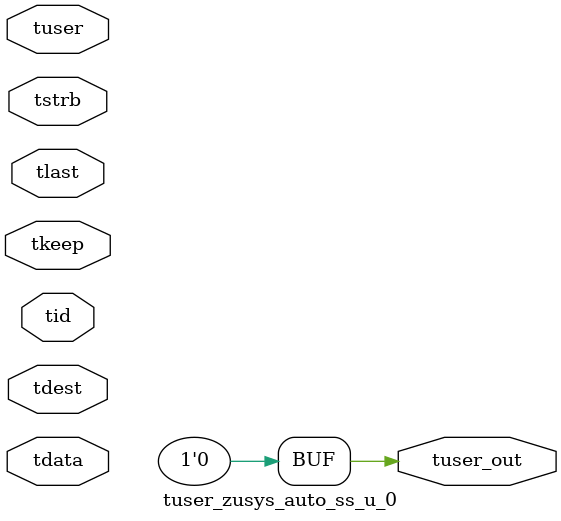
<source format=v>


`timescale 1ps/1ps

module tuser_zusys_auto_ss_u_0 #
(
parameter C_S_AXIS_TUSER_WIDTH = 1,
parameter C_S_AXIS_TDATA_WIDTH = 32,
parameter C_S_AXIS_TID_WIDTH   = 0,
parameter C_S_AXIS_TDEST_WIDTH = 0,
parameter C_M_AXIS_TUSER_WIDTH = 1
)
(
input  [(C_S_AXIS_TUSER_WIDTH == 0 ? 1 : C_S_AXIS_TUSER_WIDTH)-1:0     ] tuser,
input  [(C_S_AXIS_TDATA_WIDTH == 0 ? 1 : C_S_AXIS_TDATA_WIDTH)-1:0     ] tdata,
input  [(C_S_AXIS_TID_WIDTH   == 0 ? 1 : C_S_AXIS_TID_WIDTH)-1:0       ] tid,
input  [(C_S_AXIS_TDEST_WIDTH == 0 ? 1 : C_S_AXIS_TDEST_WIDTH)-1:0     ] tdest,
input  [(C_S_AXIS_TDATA_WIDTH/8)-1:0 ] tkeep,
input  [(C_S_AXIS_TDATA_WIDTH/8)-1:0 ] tstrb,
input                                                                    tlast,
output [C_M_AXIS_TUSER_WIDTH-1:0] tuser_out
);

assign tuser_out = {4'b0000};

endmodule


</source>
